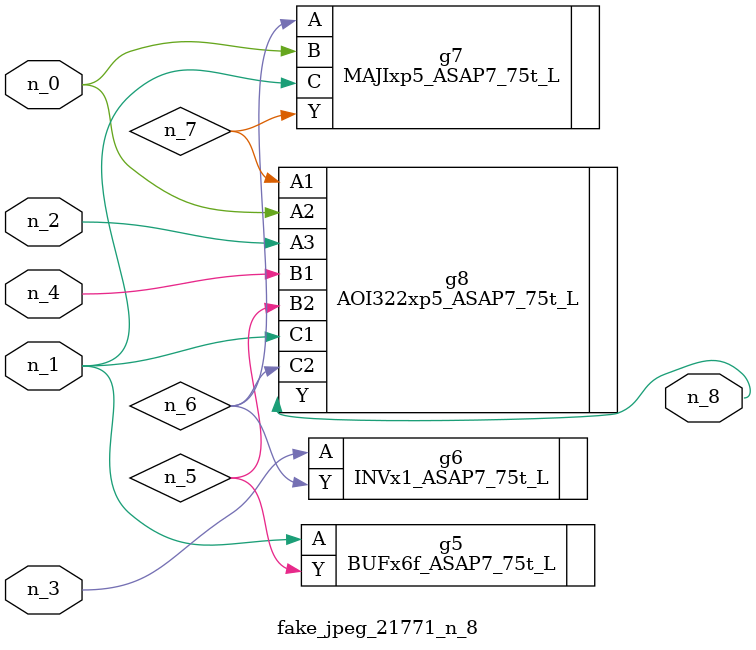
<source format=v>
module fake_jpeg_21771_n_8 (n_3, n_2, n_1, n_0, n_4, n_8);

input n_3;
input n_2;
input n_1;
input n_0;
input n_4;

output n_8;

wire n_6;
wire n_5;
wire n_7;

BUFx6f_ASAP7_75t_L g5 ( 
.A(n_1),
.Y(n_5)
);

INVx1_ASAP7_75t_L g6 ( 
.A(n_3),
.Y(n_6)
);

MAJIxp5_ASAP7_75t_L g7 ( 
.A(n_6),
.B(n_0),
.C(n_1),
.Y(n_7)
);

AOI322xp5_ASAP7_75t_L g8 ( 
.A1(n_7),
.A2(n_0),
.A3(n_2),
.B1(n_4),
.B2(n_5),
.C1(n_1),
.C2(n_6),
.Y(n_8)
);


endmodule
</source>
